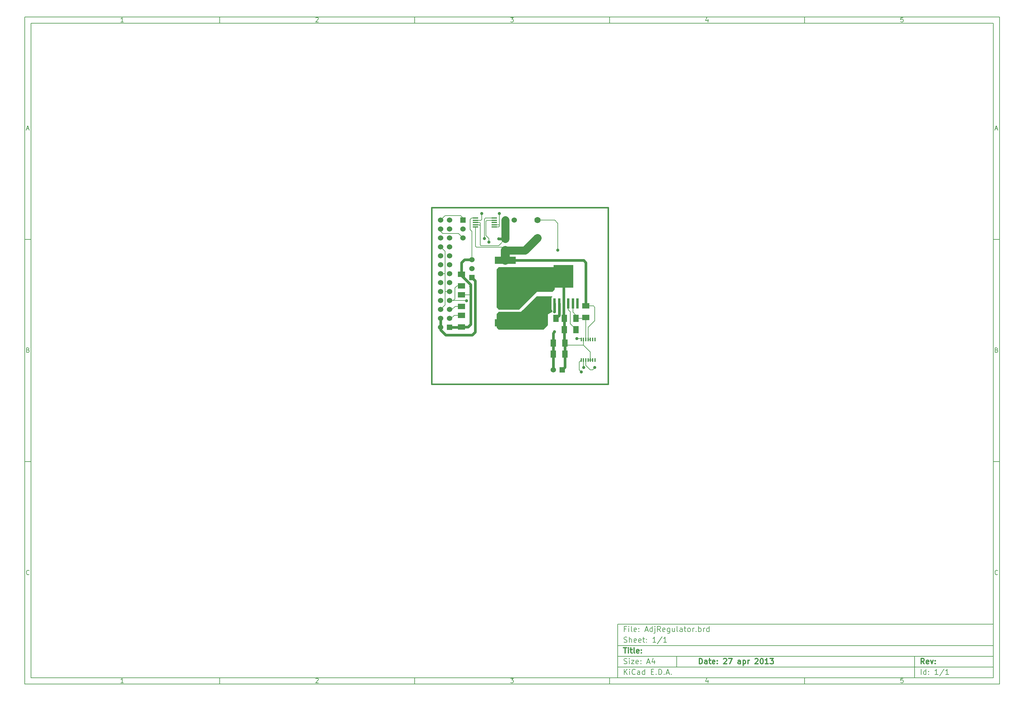
<source format=gtl>
G04 (created by PCBNEW-RS274X (2012-apr-16-27)-stable) date Sat 27 Apr 2013 17:01:59 BST*
G01*
G70*
G90*
%MOIN*%
G04 Gerber Fmt 3.4, Leading zero omitted, Abs format*
%FSLAX34Y34*%
G04 APERTURE LIST*
%ADD10C,0.006000*%
%ADD11C,0.012000*%
%ADD12C,0.015000*%
%ADD13R,0.236200X0.078700*%
%ADD14R,0.029500X0.118100*%
%ADD15R,0.220500X0.252000*%
%ADD16R,0.060000X0.080000*%
%ADD17R,0.080000X0.060000*%
%ADD18R,0.060000X0.060000*%
%ADD19C,0.060000*%
%ADD20R,0.070000X0.070000*%
%ADD21C,0.070000*%
%ADD22R,0.055000X0.055000*%
%ADD23C,0.055000*%
%ADD24R,0.012000X0.039000*%
%ADD25R,0.059000X0.017700*%
%ADD26C,0.035000*%
%ADD27C,0.029500*%
%ADD28C,0.008000*%
%ADD29C,0.090600*%
%ADD30C,0.098400*%
%ADD31C,0.010000*%
G04 APERTURE END LIST*
G54D10*
X04000Y-04000D02*
X113000Y-04000D01*
X113000Y-78670D01*
X04000Y-78670D01*
X04000Y-04000D01*
X04700Y-04700D02*
X112300Y-04700D01*
X112300Y-77970D01*
X04700Y-77970D01*
X04700Y-04700D01*
X25800Y-04000D02*
X25800Y-04700D01*
X15043Y-04552D02*
X14757Y-04552D01*
X14900Y-04552D02*
X14900Y-04052D01*
X14852Y-04124D01*
X14805Y-04171D01*
X14757Y-04195D01*
X25800Y-78670D02*
X25800Y-77970D01*
X15043Y-78522D02*
X14757Y-78522D01*
X14900Y-78522D02*
X14900Y-78022D01*
X14852Y-78094D01*
X14805Y-78141D01*
X14757Y-78165D01*
X47600Y-04000D02*
X47600Y-04700D01*
X36557Y-04100D02*
X36581Y-04076D01*
X36629Y-04052D01*
X36748Y-04052D01*
X36795Y-04076D01*
X36819Y-04100D01*
X36843Y-04148D01*
X36843Y-04195D01*
X36819Y-04267D01*
X36533Y-04552D01*
X36843Y-04552D01*
X47600Y-78670D02*
X47600Y-77970D01*
X36557Y-78070D02*
X36581Y-78046D01*
X36629Y-78022D01*
X36748Y-78022D01*
X36795Y-78046D01*
X36819Y-78070D01*
X36843Y-78118D01*
X36843Y-78165D01*
X36819Y-78237D01*
X36533Y-78522D01*
X36843Y-78522D01*
X69400Y-04000D02*
X69400Y-04700D01*
X58333Y-04052D02*
X58643Y-04052D01*
X58476Y-04243D01*
X58548Y-04243D01*
X58595Y-04267D01*
X58619Y-04290D01*
X58643Y-04338D01*
X58643Y-04457D01*
X58619Y-04505D01*
X58595Y-04529D01*
X58548Y-04552D01*
X58405Y-04552D01*
X58357Y-04529D01*
X58333Y-04505D01*
X69400Y-78670D02*
X69400Y-77970D01*
X58333Y-78022D02*
X58643Y-78022D01*
X58476Y-78213D01*
X58548Y-78213D01*
X58595Y-78237D01*
X58619Y-78260D01*
X58643Y-78308D01*
X58643Y-78427D01*
X58619Y-78475D01*
X58595Y-78499D01*
X58548Y-78522D01*
X58405Y-78522D01*
X58357Y-78499D01*
X58333Y-78475D01*
X91200Y-04000D02*
X91200Y-04700D01*
X80395Y-04219D02*
X80395Y-04552D01*
X80276Y-04029D02*
X80157Y-04386D01*
X80467Y-04386D01*
X91200Y-78670D02*
X91200Y-77970D01*
X80395Y-78189D02*
X80395Y-78522D01*
X80276Y-77999D02*
X80157Y-78356D01*
X80467Y-78356D01*
X102219Y-04052D02*
X101981Y-04052D01*
X101957Y-04290D01*
X101981Y-04267D01*
X102029Y-04243D01*
X102148Y-04243D01*
X102195Y-04267D01*
X102219Y-04290D01*
X102243Y-04338D01*
X102243Y-04457D01*
X102219Y-04505D01*
X102195Y-04529D01*
X102148Y-04552D01*
X102029Y-04552D01*
X101981Y-04529D01*
X101957Y-04505D01*
X102219Y-78022D02*
X101981Y-78022D01*
X101957Y-78260D01*
X101981Y-78237D01*
X102029Y-78213D01*
X102148Y-78213D01*
X102195Y-78237D01*
X102219Y-78260D01*
X102243Y-78308D01*
X102243Y-78427D01*
X102219Y-78475D01*
X102195Y-78499D01*
X102148Y-78522D01*
X102029Y-78522D01*
X101981Y-78499D01*
X101957Y-78475D01*
X04000Y-28890D02*
X04700Y-28890D01*
X04231Y-16510D02*
X04469Y-16510D01*
X04184Y-16652D02*
X04350Y-16152D01*
X04517Y-16652D01*
X113000Y-28890D02*
X112300Y-28890D01*
X112531Y-16510D02*
X112769Y-16510D01*
X112484Y-16652D02*
X112650Y-16152D01*
X112817Y-16652D01*
X04000Y-53780D02*
X04700Y-53780D01*
X04386Y-41280D02*
X04457Y-41304D01*
X04481Y-41328D01*
X04505Y-41376D01*
X04505Y-41447D01*
X04481Y-41495D01*
X04457Y-41519D01*
X04410Y-41542D01*
X04219Y-41542D01*
X04219Y-41042D01*
X04386Y-41042D01*
X04433Y-41066D01*
X04457Y-41090D01*
X04481Y-41138D01*
X04481Y-41185D01*
X04457Y-41233D01*
X04433Y-41257D01*
X04386Y-41280D01*
X04219Y-41280D01*
X113000Y-53780D02*
X112300Y-53780D01*
X112686Y-41280D02*
X112757Y-41304D01*
X112781Y-41328D01*
X112805Y-41376D01*
X112805Y-41447D01*
X112781Y-41495D01*
X112757Y-41519D01*
X112710Y-41542D01*
X112519Y-41542D01*
X112519Y-41042D01*
X112686Y-41042D01*
X112733Y-41066D01*
X112757Y-41090D01*
X112781Y-41138D01*
X112781Y-41185D01*
X112757Y-41233D01*
X112733Y-41257D01*
X112686Y-41280D01*
X112519Y-41280D01*
X04505Y-66385D02*
X04481Y-66409D01*
X04410Y-66432D01*
X04362Y-66432D01*
X04290Y-66409D01*
X04243Y-66361D01*
X04219Y-66313D01*
X04195Y-66218D01*
X04195Y-66147D01*
X04219Y-66051D01*
X04243Y-66004D01*
X04290Y-65956D01*
X04362Y-65932D01*
X04410Y-65932D01*
X04481Y-65956D01*
X04505Y-65980D01*
X112805Y-66385D02*
X112781Y-66409D01*
X112710Y-66432D01*
X112662Y-66432D01*
X112590Y-66409D01*
X112543Y-66361D01*
X112519Y-66313D01*
X112495Y-66218D01*
X112495Y-66147D01*
X112519Y-66051D01*
X112543Y-66004D01*
X112590Y-65956D01*
X112662Y-65932D01*
X112710Y-65932D01*
X112781Y-65956D01*
X112805Y-65980D01*
G54D11*
X79443Y-76413D02*
X79443Y-75813D01*
X79586Y-75813D01*
X79671Y-75841D01*
X79729Y-75899D01*
X79757Y-75956D01*
X79786Y-76070D01*
X79786Y-76156D01*
X79757Y-76270D01*
X79729Y-76327D01*
X79671Y-76384D01*
X79586Y-76413D01*
X79443Y-76413D01*
X80300Y-76413D02*
X80300Y-76099D01*
X80271Y-76041D01*
X80214Y-76013D01*
X80100Y-76013D01*
X80043Y-76041D01*
X80300Y-76384D02*
X80243Y-76413D01*
X80100Y-76413D01*
X80043Y-76384D01*
X80014Y-76327D01*
X80014Y-76270D01*
X80043Y-76213D01*
X80100Y-76184D01*
X80243Y-76184D01*
X80300Y-76156D01*
X80500Y-76013D02*
X80729Y-76013D01*
X80586Y-75813D02*
X80586Y-76327D01*
X80614Y-76384D01*
X80672Y-76413D01*
X80729Y-76413D01*
X81157Y-76384D02*
X81100Y-76413D01*
X80986Y-76413D01*
X80929Y-76384D01*
X80900Y-76327D01*
X80900Y-76099D01*
X80929Y-76041D01*
X80986Y-76013D01*
X81100Y-76013D01*
X81157Y-76041D01*
X81186Y-76099D01*
X81186Y-76156D01*
X80900Y-76213D01*
X81443Y-76356D02*
X81471Y-76384D01*
X81443Y-76413D01*
X81414Y-76384D01*
X81443Y-76356D01*
X81443Y-76413D01*
X81443Y-76041D02*
X81471Y-76070D01*
X81443Y-76099D01*
X81414Y-76070D01*
X81443Y-76041D01*
X81443Y-76099D01*
X82157Y-75870D02*
X82186Y-75841D01*
X82243Y-75813D01*
X82386Y-75813D01*
X82443Y-75841D01*
X82472Y-75870D01*
X82500Y-75927D01*
X82500Y-75984D01*
X82472Y-76070D01*
X82129Y-76413D01*
X82500Y-76413D01*
X82700Y-75813D02*
X83100Y-75813D01*
X82843Y-76413D01*
X84042Y-76413D02*
X84042Y-76099D01*
X84013Y-76041D01*
X83956Y-76013D01*
X83842Y-76013D01*
X83785Y-76041D01*
X84042Y-76384D02*
X83985Y-76413D01*
X83842Y-76413D01*
X83785Y-76384D01*
X83756Y-76327D01*
X83756Y-76270D01*
X83785Y-76213D01*
X83842Y-76184D01*
X83985Y-76184D01*
X84042Y-76156D01*
X84328Y-76013D02*
X84328Y-76613D01*
X84328Y-76041D02*
X84385Y-76013D01*
X84499Y-76013D01*
X84556Y-76041D01*
X84585Y-76070D01*
X84614Y-76127D01*
X84614Y-76299D01*
X84585Y-76356D01*
X84556Y-76384D01*
X84499Y-76413D01*
X84385Y-76413D01*
X84328Y-76384D01*
X84871Y-76413D02*
X84871Y-76013D01*
X84871Y-76127D02*
X84899Y-76070D01*
X84928Y-76041D01*
X84985Y-76013D01*
X85042Y-76013D01*
X85670Y-75870D02*
X85699Y-75841D01*
X85756Y-75813D01*
X85899Y-75813D01*
X85956Y-75841D01*
X85985Y-75870D01*
X86013Y-75927D01*
X86013Y-75984D01*
X85985Y-76070D01*
X85642Y-76413D01*
X86013Y-76413D01*
X86384Y-75813D02*
X86441Y-75813D01*
X86498Y-75841D01*
X86527Y-75870D01*
X86556Y-75927D01*
X86584Y-76041D01*
X86584Y-76184D01*
X86556Y-76299D01*
X86527Y-76356D01*
X86498Y-76384D01*
X86441Y-76413D01*
X86384Y-76413D01*
X86327Y-76384D01*
X86298Y-76356D01*
X86270Y-76299D01*
X86241Y-76184D01*
X86241Y-76041D01*
X86270Y-75927D01*
X86298Y-75870D01*
X86327Y-75841D01*
X86384Y-75813D01*
X87155Y-76413D02*
X86812Y-76413D01*
X86984Y-76413D02*
X86984Y-75813D01*
X86927Y-75899D01*
X86869Y-75956D01*
X86812Y-75984D01*
X87355Y-75813D02*
X87726Y-75813D01*
X87526Y-76041D01*
X87612Y-76041D01*
X87669Y-76070D01*
X87698Y-76099D01*
X87726Y-76156D01*
X87726Y-76299D01*
X87698Y-76356D01*
X87669Y-76384D01*
X87612Y-76413D01*
X87440Y-76413D01*
X87383Y-76384D01*
X87355Y-76356D01*
G54D10*
X71043Y-77613D02*
X71043Y-77013D01*
X71386Y-77613D02*
X71129Y-77270D01*
X71386Y-77013D02*
X71043Y-77356D01*
X71643Y-77613D02*
X71643Y-77213D01*
X71643Y-77013D02*
X71614Y-77041D01*
X71643Y-77070D01*
X71671Y-77041D01*
X71643Y-77013D01*
X71643Y-77070D01*
X72272Y-77556D02*
X72243Y-77584D01*
X72157Y-77613D01*
X72100Y-77613D01*
X72015Y-77584D01*
X71957Y-77527D01*
X71929Y-77470D01*
X71900Y-77356D01*
X71900Y-77270D01*
X71929Y-77156D01*
X71957Y-77099D01*
X72015Y-77041D01*
X72100Y-77013D01*
X72157Y-77013D01*
X72243Y-77041D01*
X72272Y-77070D01*
X72786Y-77613D02*
X72786Y-77299D01*
X72757Y-77241D01*
X72700Y-77213D01*
X72586Y-77213D01*
X72529Y-77241D01*
X72786Y-77584D02*
X72729Y-77613D01*
X72586Y-77613D01*
X72529Y-77584D01*
X72500Y-77527D01*
X72500Y-77470D01*
X72529Y-77413D01*
X72586Y-77384D01*
X72729Y-77384D01*
X72786Y-77356D01*
X73329Y-77613D02*
X73329Y-77013D01*
X73329Y-77584D02*
X73272Y-77613D01*
X73158Y-77613D01*
X73100Y-77584D01*
X73072Y-77556D01*
X73043Y-77499D01*
X73043Y-77327D01*
X73072Y-77270D01*
X73100Y-77241D01*
X73158Y-77213D01*
X73272Y-77213D01*
X73329Y-77241D01*
X74072Y-77299D02*
X74272Y-77299D01*
X74358Y-77613D02*
X74072Y-77613D01*
X74072Y-77013D01*
X74358Y-77013D01*
X74615Y-77556D02*
X74643Y-77584D01*
X74615Y-77613D01*
X74586Y-77584D01*
X74615Y-77556D01*
X74615Y-77613D01*
X74901Y-77613D02*
X74901Y-77013D01*
X75044Y-77013D01*
X75129Y-77041D01*
X75187Y-77099D01*
X75215Y-77156D01*
X75244Y-77270D01*
X75244Y-77356D01*
X75215Y-77470D01*
X75187Y-77527D01*
X75129Y-77584D01*
X75044Y-77613D01*
X74901Y-77613D01*
X75501Y-77556D02*
X75529Y-77584D01*
X75501Y-77613D01*
X75472Y-77584D01*
X75501Y-77556D01*
X75501Y-77613D01*
X75758Y-77441D02*
X76044Y-77441D01*
X75701Y-77613D02*
X75901Y-77013D01*
X76101Y-77613D01*
X76301Y-77556D02*
X76329Y-77584D01*
X76301Y-77613D01*
X76272Y-77584D01*
X76301Y-77556D01*
X76301Y-77613D01*
G54D11*
X104586Y-76413D02*
X104386Y-76127D01*
X104243Y-76413D02*
X104243Y-75813D01*
X104471Y-75813D01*
X104529Y-75841D01*
X104557Y-75870D01*
X104586Y-75927D01*
X104586Y-76013D01*
X104557Y-76070D01*
X104529Y-76099D01*
X104471Y-76127D01*
X104243Y-76127D01*
X105071Y-76384D02*
X105014Y-76413D01*
X104900Y-76413D01*
X104843Y-76384D01*
X104814Y-76327D01*
X104814Y-76099D01*
X104843Y-76041D01*
X104900Y-76013D01*
X105014Y-76013D01*
X105071Y-76041D01*
X105100Y-76099D01*
X105100Y-76156D01*
X104814Y-76213D01*
X105300Y-76013D02*
X105443Y-76413D01*
X105585Y-76013D01*
X105814Y-76356D02*
X105842Y-76384D01*
X105814Y-76413D01*
X105785Y-76384D01*
X105814Y-76356D01*
X105814Y-76413D01*
X105814Y-76041D02*
X105842Y-76070D01*
X105814Y-76099D01*
X105785Y-76070D01*
X105814Y-76041D01*
X105814Y-76099D01*
G54D10*
X71014Y-76384D02*
X71100Y-76413D01*
X71243Y-76413D01*
X71300Y-76384D01*
X71329Y-76356D01*
X71357Y-76299D01*
X71357Y-76241D01*
X71329Y-76184D01*
X71300Y-76156D01*
X71243Y-76127D01*
X71129Y-76099D01*
X71071Y-76070D01*
X71043Y-76041D01*
X71014Y-75984D01*
X71014Y-75927D01*
X71043Y-75870D01*
X71071Y-75841D01*
X71129Y-75813D01*
X71271Y-75813D01*
X71357Y-75841D01*
X71614Y-76413D02*
X71614Y-76013D01*
X71614Y-75813D02*
X71585Y-75841D01*
X71614Y-75870D01*
X71642Y-75841D01*
X71614Y-75813D01*
X71614Y-75870D01*
X71843Y-76013D02*
X72157Y-76013D01*
X71843Y-76413D01*
X72157Y-76413D01*
X72614Y-76384D02*
X72557Y-76413D01*
X72443Y-76413D01*
X72386Y-76384D01*
X72357Y-76327D01*
X72357Y-76099D01*
X72386Y-76041D01*
X72443Y-76013D01*
X72557Y-76013D01*
X72614Y-76041D01*
X72643Y-76099D01*
X72643Y-76156D01*
X72357Y-76213D01*
X72900Y-76356D02*
X72928Y-76384D01*
X72900Y-76413D01*
X72871Y-76384D01*
X72900Y-76356D01*
X72900Y-76413D01*
X72900Y-76041D02*
X72928Y-76070D01*
X72900Y-76099D01*
X72871Y-76070D01*
X72900Y-76041D01*
X72900Y-76099D01*
X73614Y-76241D02*
X73900Y-76241D01*
X73557Y-76413D02*
X73757Y-75813D01*
X73957Y-76413D01*
X74414Y-76013D02*
X74414Y-76413D01*
X74271Y-75784D02*
X74128Y-76213D01*
X74500Y-76213D01*
X104243Y-77613D02*
X104243Y-77013D01*
X104786Y-77613D02*
X104786Y-77013D01*
X104786Y-77584D02*
X104729Y-77613D01*
X104615Y-77613D01*
X104557Y-77584D01*
X104529Y-77556D01*
X104500Y-77499D01*
X104500Y-77327D01*
X104529Y-77270D01*
X104557Y-77241D01*
X104615Y-77213D01*
X104729Y-77213D01*
X104786Y-77241D01*
X105072Y-77556D02*
X105100Y-77584D01*
X105072Y-77613D01*
X105043Y-77584D01*
X105072Y-77556D01*
X105072Y-77613D01*
X105072Y-77241D02*
X105100Y-77270D01*
X105072Y-77299D01*
X105043Y-77270D01*
X105072Y-77241D01*
X105072Y-77299D01*
X106129Y-77613D02*
X105786Y-77613D01*
X105958Y-77613D02*
X105958Y-77013D01*
X105901Y-77099D01*
X105843Y-77156D01*
X105786Y-77184D01*
X106814Y-76984D02*
X106300Y-77756D01*
X107329Y-77613D02*
X106986Y-77613D01*
X107158Y-77613D02*
X107158Y-77013D01*
X107101Y-77099D01*
X107043Y-77156D01*
X106986Y-77184D01*
G54D11*
X70957Y-74613D02*
X71300Y-74613D01*
X71129Y-75213D02*
X71129Y-74613D01*
X71500Y-75213D02*
X71500Y-74813D01*
X71500Y-74613D02*
X71471Y-74641D01*
X71500Y-74670D01*
X71528Y-74641D01*
X71500Y-74613D01*
X71500Y-74670D01*
X71700Y-74813D02*
X71929Y-74813D01*
X71786Y-74613D02*
X71786Y-75127D01*
X71814Y-75184D01*
X71872Y-75213D01*
X71929Y-75213D01*
X72215Y-75213D02*
X72157Y-75184D01*
X72129Y-75127D01*
X72129Y-74613D01*
X72671Y-75184D02*
X72614Y-75213D01*
X72500Y-75213D01*
X72443Y-75184D01*
X72414Y-75127D01*
X72414Y-74899D01*
X72443Y-74841D01*
X72500Y-74813D01*
X72614Y-74813D01*
X72671Y-74841D01*
X72700Y-74899D01*
X72700Y-74956D01*
X72414Y-75013D01*
X72957Y-75156D02*
X72985Y-75184D01*
X72957Y-75213D01*
X72928Y-75184D01*
X72957Y-75156D01*
X72957Y-75213D01*
X72957Y-74841D02*
X72985Y-74870D01*
X72957Y-74899D01*
X72928Y-74870D01*
X72957Y-74841D01*
X72957Y-74899D01*
G54D10*
X71243Y-72499D02*
X71043Y-72499D01*
X71043Y-72813D02*
X71043Y-72213D01*
X71329Y-72213D01*
X71557Y-72813D02*
X71557Y-72413D01*
X71557Y-72213D02*
X71528Y-72241D01*
X71557Y-72270D01*
X71585Y-72241D01*
X71557Y-72213D01*
X71557Y-72270D01*
X71929Y-72813D02*
X71871Y-72784D01*
X71843Y-72727D01*
X71843Y-72213D01*
X72385Y-72784D02*
X72328Y-72813D01*
X72214Y-72813D01*
X72157Y-72784D01*
X72128Y-72727D01*
X72128Y-72499D01*
X72157Y-72441D01*
X72214Y-72413D01*
X72328Y-72413D01*
X72385Y-72441D01*
X72414Y-72499D01*
X72414Y-72556D01*
X72128Y-72613D01*
X72671Y-72756D02*
X72699Y-72784D01*
X72671Y-72813D01*
X72642Y-72784D01*
X72671Y-72756D01*
X72671Y-72813D01*
X72671Y-72441D02*
X72699Y-72470D01*
X72671Y-72499D01*
X72642Y-72470D01*
X72671Y-72441D01*
X72671Y-72499D01*
X73385Y-72641D02*
X73671Y-72641D01*
X73328Y-72813D02*
X73528Y-72213D01*
X73728Y-72813D01*
X74185Y-72813D02*
X74185Y-72213D01*
X74185Y-72784D02*
X74128Y-72813D01*
X74014Y-72813D01*
X73956Y-72784D01*
X73928Y-72756D01*
X73899Y-72699D01*
X73899Y-72527D01*
X73928Y-72470D01*
X73956Y-72441D01*
X74014Y-72413D01*
X74128Y-72413D01*
X74185Y-72441D01*
X74471Y-72413D02*
X74471Y-72927D01*
X74442Y-72984D01*
X74385Y-73013D01*
X74357Y-73013D01*
X74471Y-72213D02*
X74442Y-72241D01*
X74471Y-72270D01*
X74499Y-72241D01*
X74471Y-72213D01*
X74471Y-72270D01*
X75100Y-72813D02*
X74900Y-72527D01*
X74757Y-72813D02*
X74757Y-72213D01*
X74985Y-72213D01*
X75043Y-72241D01*
X75071Y-72270D01*
X75100Y-72327D01*
X75100Y-72413D01*
X75071Y-72470D01*
X75043Y-72499D01*
X74985Y-72527D01*
X74757Y-72527D01*
X75585Y-72784D02*
X75528Y-72813D01*
X75414Y-72813D01*
X75357Y-72784D01*
X75328Y-72727D01*
X75328Y-72499D01*
X75357Y-72441D01*
X75414Y-72413D01*
X75528Y-72413D01*
X75585Y-72441D01*
X75614Y-72499D01*
X75614Y-72556D01*
X75328Y-72613D01*
X76128Y-72413D02*
X76128Y-72899D01*
X76099Y-72956D01*
X76071Y-72984D01*
X76014Y-73013D01*
X75928Y-73013D01*
X75871Y-72984D01*
X76128Y-72784D02*
X76071Y-72813D01*
X75957Y-72813D01*
X75899Y-72784D01*
X75871Y-72756D01*
X75842Y-72699D01*
X75842Y-72527D01*
X75871Y-72470D01*
X75899Y-72441D01*
X75957Y-72413D01*
X76071Y-72413D01*
X76128Y-72441D01*
X76671Y-72413D02*
X76671Y-72813D01*
X76414Y-72413D02*
X76414Y-72727D01*
X76442Y-72784D01*
X76500Y-72813D01*
X76585Y-72813D01*
X76642Y-72784D01*
X76671Y-72756D01*
X77043Y-72813D02*
X76985Y-72784D01*
X76957Y-72727D01*
X76957Y-72213D01*
X77528Y-72813D02*
X77528Y-72499D01*
X77499Y-72441D01*
X77442Y-72413D01*
X77328Y-72413D01*
X77271Y-72441D01*
X77528Y-72784D02*
X77471Y-72813D01*
X77328Y-72813D01*
X77271Y-72784D01*
X77242Y-72727D01*
X77242Y-72670D01*
X77271Y-72613D01*
X77328Y-72584D01*
X77471Y-72584D01*
X77528Y-72556D01*
X77728Y-72413D02*
X77957Y-72413D01*
X77814Y-72213D02*
X77814Y-72727D01*
X77842Y-72784D01*
X77900Y-72813D01*
X77957Y-72813D01*
X78243Y-72813D02*
X78185Y-72784D01*
X78157Y-72756D01*
X78128Y-72699D01*
X78128Y-72527D01*
X78157Y-72470D01*
X78185Y-72441D01*
X78243Y-72413D01*
X78328Y-72413D01*
X78385Y-72441D01*
X78414Y-72470D01*
X78443Y-72527D01*
X78443Y-72699D01*
X78414Y-72756D01*
X78385Y-72784D01*
X78328Y-72813D01*
X78243Y-72813D01*
X78700Y-72813D02*
X78700Y-72413D01*
X78700Y-72527D02*
X78728Y-72470D01*
X78757Y-72441D01*
X78814Y-72413D01*
X78871Y-72413D01*
X79071Y-72756D02*
X79099Y-72784D01*
X79071Y-72813D01*
X79042Y-72784D01*
X79071Y-72756D01*
X79071Y-72813D01*
X79357Y-72813D02*
X79357Y-72213D01*
X79357Y-72441D02*
X79414Y-72413D01*
X79528Y-72413D01*
X79585Y-72441D01*
X79614Y-72470D01*
X79643Y-72527D01*
X79643Y-72699D01*
X79614Y-72756D01*
X79585Y-72784D01*
X79528Y-72813D01*
X79414Y-72813D01*
X79357Y-72784D01*
X79900Y-72813D02*
X79900Y-72413D01*
X79900Y-72527D02*
X79928Y-72470D01*
X79957Y-72441D01*
X80014Y-72413D01*
X80071Y-72413D01*
X80528Y-72813D02*
X80528Y-72213D01*
X80528Y-72784D02*
X80471Y-72813D01*
X80357Y-72813D01*
X80299Y-72784D01*
X80271Y-72756D01*
X80242Y-72699D01*
X80242Y-72527D01*
X80271Y-72470D01*
X80299Y-72441D01*
X80357Y-72413D01*
X80471Y-72413D01*
X80528Y-72441D01*
X71014Y-73984D02*
X71100Y-74013D01*
X71243Y-74013D01*
X71300Y-73984D01*
X71329Y-73956D01*
X71357Y-73899D01*
X71357Y-73841D01*
X71329Y-73784D01*
X71300Y-73756D01*
X71243Y-73727D01*
X71129Y-73699D01*
X71071Y-73670D01*
X71043Y-73641D01*
X71014Y-73584D01*
X71014Y-73527D01*
X71043Y-73470D01*
X71071Y-73441D01*
X71129Y-73413D01*
X71271Y-73413D01*
X71357Y-73441D01*
X71614Y-74013D02*
X71614Y-73413D01*
X71871Y-74013D02*
X71871Y-73699D01*
X71842Y-73641D01*
X71785Y-73613D01*
X71700Y-73613D01*
X71642Y-73641D01*
X71614Y-73670D01*
X72385Y-73984D02*
X72328Y-74013D01*
X72214Y-74013D01*
X72157Y-73984D01*
X72128Y-73927D01*
X72128Y-73699D01*
X72157Y-73641D01*
X72214Y-73613D01*
X72328Y-73613D01*
X72385Y-73641D01*
X72414Y-73699D01*
X72414Y-73756D01*
X72128Y-73813D01*
X72899Y-73984D02*
X72842Y-74013D01*
X72728Y-74013D01*
X72671Y-73984D01*
X72642Y-73927D01*
X72642Y-73699D01*
X72671Y-73641D01*
X72728Y-73613D01*
X72842Y-73613D01*
X72899Y-73641D01*
X72928Y-73699D01*
X72928Y-73756D01*
X72642Y-73813D01*
X73099Y-73613D02*
X73328Y-73613D01*
X73185Y-73413D02*
X73185Y-73927D01*
X73213Y-73984D01*
X73271Y-74013D01*
X73328Y-74013D01*
X73528Y-73956D02*
X73556Y-73984D01*
X73528Y-74013D01*
X73499Y-73984D01*
X73528Y-73956D01*
X73528Y-74013D01*
X73528Y-73641D02*
X73556Y-73670D01*
X73528Y-73699D01*
X73499Y-73670D01*
X73528Y-73641D01*
X73528Y-73699D01*
X74585Y-74013D02*
X74242Y-74013D01*
X74414Y-74013D02*
X74414Y-73413D01*
X74357Y-73499D01*
X74299Y-73556D01*
X74242Y-73584D01*
X75270Y-73384D02*
X74756Y-74156D01*
X75785Y-74013D02*
X75442Y-74013D01*
X75614Y-74013D02*
X75614Y-73413D01*
X75557Y-73499D01*
X75499Y-73556D01*
X75442Y-73584D01*
X70300Y-71970D02*
X70300Y-77970D01*
X70300Y-71970D02*
X112300Y-71970D01*
X70300Y-71970D02*
X112300Y-71970D01*
X70300Y-74370D02*
X112300Y-74370D01*
X103500Y-75570D02*
X103500Y-77970D01*
X70300Y-76770D02*
X112300Y-76770D01*
X70300Y-75570D02*
X112300Y-75570D01*
X76900Y-75570D02*
X76900Y-76770D01*
G54D12*
X49500Y-25350D02*
X69250Y-25350D01*
X69250Y-45100D02*
X69250Y-25350D01*
X49500Y-45100D02*
X49500Y-25415D01*
X49500Y-45100D02*
X69185Y-45100D01*
G54D13*
X57750Y-38250D03*
X57750Y-31250D03*
G54D14*
X65807Y-36081D03*
X64783Y-36081D03*
X65295Y-36081D03*
X63760Y-36081D03*
X64272Y-36081D03*
X63248Y-36081D03*
X62736Y-36081D03*
G54D15*
X64232Y-33049D03*
G54D16*
X63100Y-41750D03*
X64400Y-41750D03*
X63100Y-40500D03*
X64400Y-40500D03*
X65650Y-37750D03*
X64350Y-37750D03*
G54D17*
X52840Y-32790D03*
X52840Y-34090D03*
G54D16*
X64350Y-39000D03*
X65650Y-39000D03*
G54D17*
X52840Y-38690D03*
X52840Y-37390D03*
G54D16*
X63400Y-37750D03*
X62100Y-37750D03*
G54D17*
X52840Y-35090D03*
X52840Y-36390D03*
G54D18*
X51500Y-38750D03*
G54D19*
X50500Y-38750D03*
X51500Y-37750D03*
X50500Y-37750D03*
X51500Y-36750D03*
X50500Y-36750D03*
X51500Y-35750D03*
X50500Y-35750D03*
X51500Y-34750D03*
X50500Y-34750D03*
X51500Y-33750D03*
X50500Y-33750D03*
X51500Y-32750D03*
X50500Y-32750D03*
X51500Y-31750D03*
X50500Y-31750D03*
X51500Y-30750D03*
X50500Y-30750D03*
X51500Y-29750D03*
X50500Y-29750D03*
X51500Y-28750D03*
X50500Y-28750D03*
X51500Y-27750D03*
X50500Y-27750D03*
X51500Y-26750D03*
X50500Y-26750D03*
G54D20*
X61350Y-28750D03*
G54D21*
X61350Y-26750D03*
G54D22*
X61250Y-36000D03*
G54D23*
X61250Y-33000D03*
G54D17*
X57750Y-30150D03*
X57750Y-28850D03*
X66750Y-36350D03*
X66750Y-37650D03*
G54D24*
X66233Y-42398D03*
X66489Y-42398D03*
X66745Y-42398D03*
X67000Y-42398D03*
X67255Y-42398D03*
X67511Y-42398D03*
X67767Y-42398D03*
X67767Y-40102D03*
X67511Y-40102D03*
X67255Y-40102D03*
X67000Y-40102D03*
X66745Y-40102D03*
X66489Y-40102D03*
X66233Y-40102D03*
G54D18*
X57750Y-26750D03*
G54D19*
X58750Y-26750D03*
G54D18*
X64100Y-43500D03*
G54D19*
X63100Y-43500D03*
G54D18*
X54020Y-33180D03*
G54D19*
X54020Y-32180D03*
X54020Y-31180D03*
G54D18*
X53000Y-26750D03*
G54D19*
X53000Y-27750D03*
X53000Y-28750D03*
G54D25*
X56519Y-27515D03*
X56519Y-27265D03*
X56519Y-27015D03*
X56519Y-26765D03*
X56519Y-26515D03*
X54401Y-26515D03*
X54401Y-26765D03*
X54401Y-27015D03*
X54401Y-27265D03*
X54401Y-27515D03*
G54D26*
X55100Y-26000D03*
X57090Y-26000D03*
X64035Y-33700D03*
X63600Y-30090D03*
X53420Y-35760D03*
X53860Y-34160D03*
X65750Y-40000D03*
X66500Y-43250D03*
X63250Y-39250D03*
X63250Y-37000D03*
X55400Y-28800D03*
X55900Y-29200D03*
X66250Y-43750D03*
X67750Y-43250D03*
X57000Y-28830D03*
G54D27*
X64350Y-39000D02*
X64350Y-37750D01*
G54D28*
X51500Y-34750D02*
X51000Y-34750D01*
G54D27*
X64350Y-40450D02*
X64400Y-40500D01*
G54D28*
X51000Y-32750D02*
X51000Y-30250D01*
X63260Y-26750D02*
X63600Y-27090D01*
X56519Y-27265D02*
X57090Y-27265D01*
X67255Y-42398D02*
X67511Y-42398D01*
X51000Y-34750D02*
X51000Y-32750D01*
G54D27*
X64272Y-36081D02*
X64272Y-33089D01*
X64272Y-37672D02*
X64350Y-37750D01*
G54D28*
X50500Y-36750D02*
X51000Y-36250D01*
X67255Y-41505D02*
X67255Y-42398D01*
G54D27*
X64400Y-43200D02*
X64100Y-43500D01*
X64183Y-33000D02*
X64232Y-33049D01*
G54D28*
X51000Y-36250D02*
X51000Y-34750D01*
G54D27*
X64400Y-40500D02*
X64400Y-41750D01*
G54D28*
X64639Y-40739D02*
X64400Y-40500D01*
X51000Y-30250D02*
X50500Y-29750D01*
X56519Y-27515D02*
X57005Y-27515D01*
X66489Y-40739D02*
X67255Y-41505D01*
X55100Y-26680D02*
X55100Y-26000D01*
X64232Y-33503D02*
X64232Y-33049D01*
X63600Y-27090D02*
X63600Y-30090D01*
X57090Y-27430D02*
X57090Y-27265D01*
G54D27*
X64350Y-39000D02*
X64350Y-40450D01*
G54D28*
X64035Y-33700D02*
X64232Y-33503D01*
X61350Y-26750D02*
X63260Y-26750D01*
X54401Y-26765D02*
X55015Y-26765D01*
X66489Y-40102D02*
X66489Y-40739D01*
X66489Y-40739D02*
X64639Y-40739D01*
X57005Y-27515D02*
X57090Y-27430D01*
X55015Y-26765D02*
X55100Y-26680D01*
G54D27*
X64272Y-33089D02*
X64232Y-33049D01*
G54D28*
X50500Y-32750D02*
X51000Y-32750D01*
G54D27*
X64272Y-36081D02*
X64272Y-37672D01*
G54D28*
X67000Y-42398D02*
X67255Y-42398D01*
G54D27*
X64600Y-32681D02*
X64232Y-33049D01*
G54D28*
X57090Y-27265D02*
X57090Y-26000D01*
G54D27*
X64400Y-41750D02*
X64400Y-43200D01*
G54D28*
X52100Y-35560D02*
X52100Y-34340D01*
X51500Y-35750D02*
X53410Y-35750D01*
X52100Y-34340D02*
X52350Y-34090D01*
X52350Y-34090D02*
X52840Y-34090D01*
X51910Y-35750D02*
X52100Y-35560D01*
X53410Y-35750D02*
X53420Y-35760D01*
X51500Y-35750D02*
X51910Y-35750D01*
X54401Y-26515D02*
X53965Y-26515D01*
G54D27*
X52840Y-31500D02*
X52840Y-32790D01*
X52840Y-32940D02*
X52840Y-32790D01*
X53160Y-31180D02*
X52840Y-31500D01*
G54D28*
X52840Y-35090D02*
X53860Y-35090D01*
G54D27*
X53860Y-34160D02*
X53860Y-33960D01*
X53860Y-35090D02*
X53860Y-34160D01*
X52840Y-38690D02*
X53570Y-38690D01*
G54D28*
X65750Y-40000D02*
X66250Y-40000D01*
G54D27*
X54020Y-31180D02*
X53160Y-31180D01*
X53570Y-38690D02*
X53860Y-38400D01*
X53860Y-38400D02*
X53860Y-35090D01*
G54D28*
X53810Y-26670D02*
X53810Y-27800D01*
X53965Y-26515D02*
X53810Y-26670D01*
X53810Y-27800D02*
X54020Y-28010D01*
G54D27*
X52780Y-38750D02*
X52840Y-38690D01*
X53860Y-33960D02*
X52840Y-32940D01*
X51500Y-38750D02*
X52780Y-38750D01*
G54D28*
X54020Y-28010D02*
X54020Y-31180D01*
X66250Y-40000D02*
X66233Y-40102D01*
G54D27*
X54040Y-39600D02*
X54380Y-39260D01*
X50500Y-38750D02*
X50500Y-39040D01*
X50500Y-37750D02*
X50500Y-38750D01*
X50500Y-39040D02*
X51060Y-39600D01*
X54380Y-39260D02*
X54380Y-33540D01*
X54380Y-33540D02*
X54020Y-33180D01*
X51060Y-39600D02*
X54040Y-39600D01*
G54D28*
X66500Y-43250D02*
X66489Y-43239D01*
X66489Y-43239D02*
X66489Y-42398D01*
G54D27*
X63248Y-36998D02*
X63248Y-36081D01*
X63100Y-39400D02*
X63250Y-39250D01*
X63250Y-37000D02*
X63248Y-36998D01*
X63100Y-41750D02*
X63100Y-40500D01*
X63250Y-41900D02*
X63100Y-41750D01*
X63100Y-41750D02*
X63100Y-43500D01*
X63100Y-40500D02*
X63100Y-39400D01*
G54D28*
X51500Y-36750D02*
X51770Y-36750D01*
X52130Y-36390D02*
X52840Y-36390D01*
X51770Y-36750D02*
X52130Y-36390D01*
X55400Y-26620D02*
X55505Y-26515D01*
X55505Y-26515D02*
X56519Y-26515D01*
X55400Y-28800D02*
X55400Y-26620D01*
X52050Y-37390D02*
X52840Y-37390D01*
X55900Y-29200D02*
X55900Y-28788D01*
X55900Y-28788D02*
X55590Y-28478D01*
X51690Y-37750D02*
X52050Y-37390D01*
X51500Y-37750D02*
X51690Y-37750D01*
X55590Y-28478D02*
X55590Y-26860D01*
X55590Y-26860D02*
X55685Y-26765D01*
X56519Y-26765D02*
X55685Y-26765D01*
X66000Y-43500D02*
X66000Y-42631D01*
X66250Y-43750D02*
X66000Y-43500D01*
X66000Y-42631D02*
X66233Y-42398D01*
X67500Y-43500D02*
X67250Y-43500D01*
X66745Y-42995D02*
X66745Y-42398D01*
X67250Y-43500D02*
X66745Y-42995D01*
X67750Y-43250D02*
X67500Y-43500D01*
X57750Y-30150D02*
X57382Y-29782D01*
X67750Y-38000D02*
X67750Y-36500D01*
G54D29*
X59950Y-30150D02*
X61350Y-28750D01*
G54D28*
X54882Y-29782D02*
X54522Y-29782D01*
X67600Y-36350D02*
X66750Y-36350D01*
X67000Y-40102D02*
X67255Y-40102D01*
X67750Y-36500D02*
X67600Y-36350D01*
G54D27*
X66750Y-31500D02*
X66750Y-36350D01*
G54D29*
X57750Y-30150D02*
X59950Y-30150D01*
G54D28*
X54522Y-29782D02*
X54401Y-29661D01*
G54D30*
X57750Y-30150D02*
X57750Y-31250D01*
G54D27*
X57750Y-31250D02*
X60250Y-31250D01*
G54D28*
X67000Y-38750D02*
X67750Y-38000D01*
G54D27*
X66500Y-31250D02*
X66750Y-31500D01*
G54D28*
X54401Y-29661D02*
X54401Y-27515D01*
G54D27*
X60250Y-31250D02*
X61700Y-31250D01*
X61700Y-31250D02*
X66500Y-31250D01*
G54D28*
X54882Y-29782D02*
X57382Y-29782D01*
X67000Y-40102D02*
X67000Y-38750D01*
X65000Y-38350D02*
X65650Y-39000D01*
X64783Y-36783D02*
X65000Y-37000D01*
X64783Y-36081D02*
X64783Y-36783D01*
X65000Y-37000D02*
X65000Y-38350D01*
X66745Y-37655D02*
X66750Y-37650D01*
X65650Y-37750D02*
X66650Y-37750D01*
X66745Y-40102D02*
X66745Y-37655D01*
X65650Y-37400D02*
X65650Y-37750D01*
X66650Y-37750D02*
X66750Y-37650D01*
X65295Y-36081D02*
X65295Y-37045D01*
X65295Y-37045D02*
X65650Y-37400D01*
G54D27*
X63760Y-36081D02*
X63760Y-37390D01*
X63760Y-37390D02*
X63400Y-37750D01*
X62100Y-36717D02*
X62736Y-36081D01*
X62100Y-37750D02*
X62100Y-36717D01*
X61250Y-36000D02*
X62655Y-36000D01*
X57750Y-38250D02*
X59000Y-38250D01*
X62655Y-36000D02*
X62736Y-36081D01*
X59000Y-38250D02*
X61250Y-36000D01*
G54D28*
X53000Y-26500D02*
X53000Y-26750D01*
X52750Y-26250D02*
X53000Y-26500D01*
X51000Y-26250D02*
X52750Y-26250D01*
X50500Y-26750D02*
X51000Y-26250D01*
X50500Y-27750D02*
X50500Y-28000D01*
X50750Y-28250D02*
X52500Y-28250D01*
X52500Y-28250D02*
X53000Y-28750D01*
X50500Y-28000D02*
X50750Y-28250D01*
X54940Y-27360D02*
X54845Y-27265D01*
G54D29*
X57750Y-26750D02*
X57750Y-28850D01*
G54D27*
X57020Y-28850D02*
X57000Y-28830D01*
X57750Y-28850D02*
X57020Y-28850D01*
G54D28*
X55000Y-29600D02*
X57000Y-29600D01*
X57750Y-28850D02*
X57000Y-29600D01*
X54940Y-27360D02*
X54940Y-29540D01*
X54401Y-27015D02*
X54895Y-27015D01*
X54940Y-27060D02*
X54940Y-27360D01*
X54895Y-27015D02*
X54940Y-27060D01*
X55000Y-29600D02*
X54940Y-29540D01*
X54845Y-27265D02*
X54401Y-27265D01*
G54D10*
G36*
X62950Y-36969D02*
X62450Y-37219D01*
X62450Y-38479D01*
X61979Y-38950D01*
X57021Y-38950D01*
X56800Y-38729D01*
X56800Y-37271D01*
X57021Y-37050D01*
X59521Y-37050D01*
X61271Y-35300D01*
X62940Y-35300D01*
X62890Y-35350D01*
X62852Y-35441D01*
X62852Y-35540D01*
X62852Y-36720D01*
X62890Y-36812D01*
X62950Y-36872D01*
X62950Y-36969D01*
X62950Y-36969D01*
G37*
G54D31*
X62950Y-36969D02*
X62450Y-37219D01*
X62450Y-38479D01*
X61979Y-38950D01*
X57021Y-38950D01*
X56800Y-38729D01*
X56800Y-37271D01*
X57021Y-37050D01*
X59521Y-37050D01*
X61271Y-35300D01*
X62940Y-35300D01*
X62890Y-35350D01*
X62852Y-35441D01*
X62852Y-35540D01*
X62852Y-36720D01*
X62890Y-36812D01*
X62950Y-36872D01*
X62950Y-36969D01*
G54D10*
G36*
X63200Y-34479D02*
X62979Y-34700D01*
X61229Y-34700D01*
X59229Y-36700D01*
X57021Y-36700D01*
X56800Y-36479D01*
X56800Y-32271D01*
X57021Y-32050D01*
X63200Y-32050D01*
X63200Y-34479D01*
X63200Y-34479D01*
G37*
G54D31*
X63200Y-34479D02*
X62979Y-34700D01*
X61229Y-34700D01*
X59229Y-36700D01*
X57021Y-36700D01*
X56800Y-36479D01*
X56800Y-32271D01*
X57021Y-32050D01*
X63200Y-32050D01*
X63200Y-34479D01*
M02*

</source>
